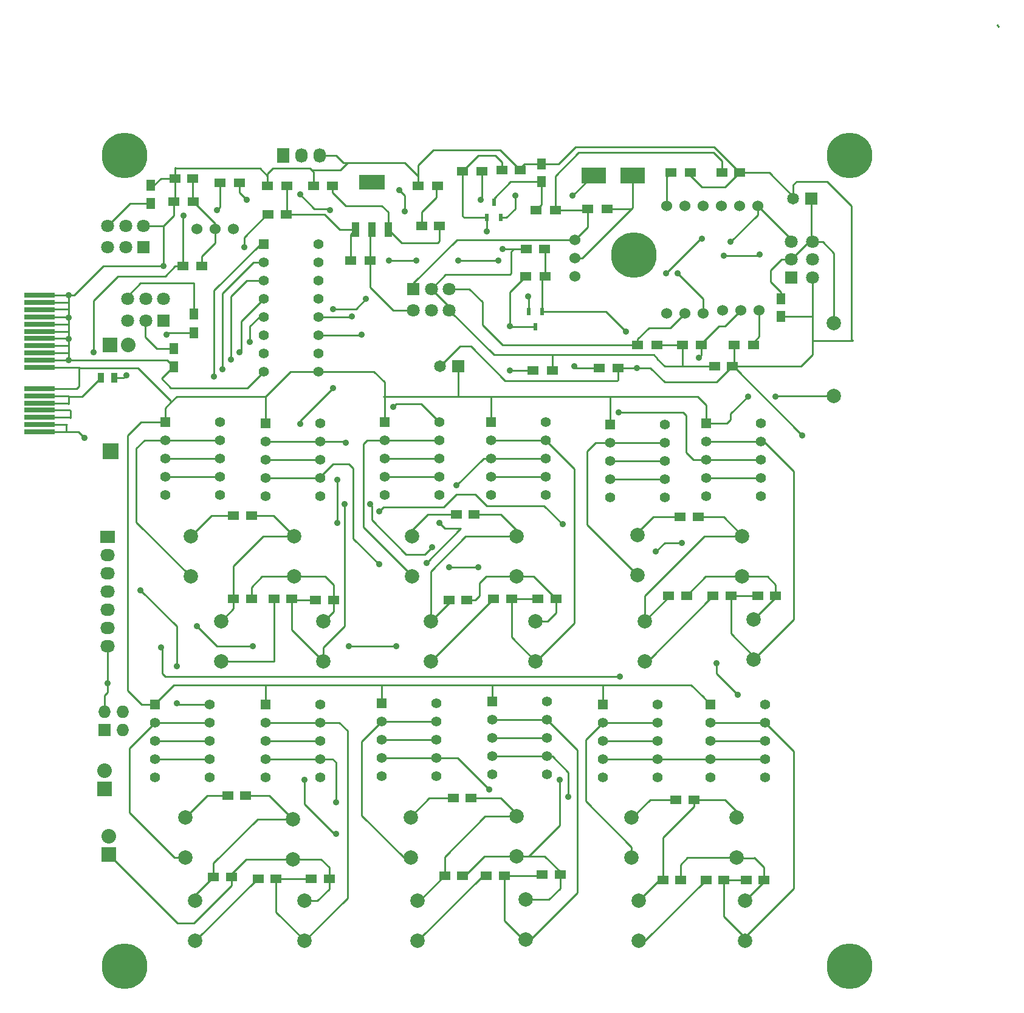
<source format=gtl>
%FSLAX46Y46*%
G04 Gerber Fmt 4.6, Leading zero omitted, Abs format (unit mm)*
G04 Created by KiCad (PCBNEW (2014-10-27 BZR 5228)-product) date 12/17/2014 3:51:32 PM*
%MOMM*%
G01*
G04 APERTURE LIST*
%ADD10C,0.100000*%
%ADD11R,4.200000X0.700000*%
%ADD12C,1.998980*%
%ADD13C,1.524000*%
%ADD14R,1.800000X1.800000*%
%ADD15C,1.800000*%
%ADD16C,6.350000*%
%ADD17R,1.500000X1.250000*%
%ADD18R,1.250000X1.500000*%
%ADD19R,1.500000X1.300000*%
%ADD20R,1.300000X1.500000*%
%ADD21R,2.032000X2.032000*%
%ADD22O,2.032000X2.032000*%
%ADD23R,1.651000X1.651000*%
%ADD24C,1.651000*%
%ADD25R,3.500120X2.301240*%
%ADD26R,0.599440X1.000760*%
%ADD27R,3.657600X2.032000*%
%ADD28R,1.016000X2.032000*%
%ADD29R,0.889000X1.397000*%
%ADD30R,2.235200X2.235200*%
%ADD31R,1.727200X1.727200*%
%ADD32O,1.727200X1.727200*%
%ADD33R,1.397000X1.397000*%
%ADD34C,1.397000*%
%ADD35R,1.727200X2.032000*%
%ADD36O,1.727200X2.032000*%
%ADD37R,2.032000X1.727200*%
%ADD38O,2.032000X1.727200*%
%ADD39C,0.889000*%
%ADD40C,0.254000*%
G04 APERTURE END LIST*
D10*
D11*
X66700000Y-56700000D03*
X66700000Y-57700000D03*
X66700000Y-58700000D03*
X66700000Y-59700000D03*
X66700000Y-60700000D03*
X66700000Y-61700000D03*
X66700000Y-62700000D03*
X66700000Y-63700000D03*
X66700000Y-64700000D03*
X66700000Y-65700000D03*
X66700000Y-66700000D03*
X66700000Y-69700000D03*
X66700000Y-70700000D03*
X66700000Y-71700000D03*
X66700000Y-72700000D03*
X66700000Y-73700000D03*
X66700000Y-74700000D03*
X66700000Y-75700000D03*
D12*
X87804000Y-95892000D03*
X87804000Y-90304000D03*
X118604000Y-95892000D03*
X118604000Y-90304000D03*
X150004000Y-95692000D03*
X150004000Y-90104000D03*
X87004000Y-135092000D03*
X87004000Y-129504000D03*
X118404000Y-135092000D03*
X118404000Y-129504000D03*
X149204000Y-135092000D03*
X149204000Y-129504000D03*
X102196000Y-90308000D03*
X102196000Y-95896000D03*
D13*
X156600000Y-59200000D03*
X159140000Y-59200000D03*
X154060000Y-59200000D03*
X164200000Y-44200000D03*
X161660000Y-44200000D03*
X166740000Y-44200000D03*
D14*
X81200000Y-50000000D03*
D15*
X78700000Y-50000000D03*
X81200000Y-47000000D03*
X76200000Y-50000000D03*
X76200000Y-47000000D03*
X78700000Y-47000000D03*
D14*
X84000000Y-60200000D03*
D15*
X81500000Y-60200000D03*
X84000000Y-57200000D03*
X79000000Y-60200000D03*
X79000000Y-57200000D03*
X81500000Y-57200000D03*
D14*
X118800000Y-55800000D03*
D15*
X121300000Y-55800000D03*
X118800000Y-58800000D03*
X123800000Y-55800000D03*
X123800000Y-58800000D03*
X121300000Y-58800000D03*
D16*
X149500000Y-51100000D03*
D17*
X88050000Y-40400000D03*
X85550000Y-40400000D03*
D18*
X82200000Y-43850000D03*
X82200000Y-41350000D03*
X85400000Y-64150000D03*
X85400000Y-66650000D03*
D17*
X131150000Y-39200000D03*
X133650000Y-39200000D03*
X101050000Y-45400000D03*
X98550000Y-45400000D03*
D18*
X136600000Y-40850000D03*
X136600000Y-38350000D03*
D17*
X161750000Y-39600000D03*
X164250000Y-39600000D03*
X119950000Y-47000000D03*
X122450000Y-47000000D03*
X160750000Y-66600000D03*
X163250000Y-66600000D03*
D18*
X170000000Y-57150000D03*
X170000000Y-59650000D03*
D17*
X134550000Y-50200000D03*
X137050000Y-50200000D03*
X124750000Y-87200000D03*
X127250000Y-87200000D03*
X155950000Y-87600000D03*
X158450000Y-87600000D03*
X92950000Y-126400000D03*
X95450000Y-126400000D03*
X124350000Y-126800000D03*
X126850000Y-126800000D03*
X155350000Y-127000000D03*
X157850000Y-127000000D03*
X93750000Y-99000000D03*
X96250000Y-99000000D03*
X123750000Y-99200000D03*
X126250000Y-99200000D03*
X90950000Y-137800000D03*
X93450000Y-137800000D03*
D19*
X89350000Y-52600000D03*
X86650000Y-52600000D03*
X88150000Y-43600000D03*
X85450000Y-43600000D03*
D20*
X88200000Y-59250000D03*
X88200000Y-61950000D03*
D19*
X91850000Y-41000000D03*
X94550000Y-41000000D03*
X125650000Y-39400000D03*
X128350000Y-39400000D03*
X112750000Y-51800000D03*
X110050000Y-51800000D03*
X101150000Y-41400000D03*
X98450000Y-41400000D03*
X138550000Y-44800000D03*
X135850000Y-44800000D03*
X107550000Y-41400000D03*
X104850000Y-41400000D03*
X145750000Y-44600000D03*
X143050000Y-44600000D03*
X122150000Y-41400000D03*
X119450000Y-41400000D03*
X144650000Y-66800000D03*
X147350000Y-66800000D03*
X158950000Y-63600000D03*
X156250000Y-63600000D03*
X152750000Y-63600000D03*
X150050000Y-63600000D03*
X166150000Y-63600000D03*
X163450000Y-63600000D03*
X154650000Y-39600000D03*
X157350000Y-39600000D03*
X134450000Y-54000000D03*
X137150000Y-54000000D03*
X135450000Y-67200000D03*
X138150000Y-67200000D03*
D21*
X76400000Y-134670000D03*
D22*
X76400000Y-132130000D03*
D21*
X76530000Y-63600000D03*
D22*
X79070000Y-63600000D03*
D23*
X125070000Y-66600000D03*
D24*
X122530000Y-66600000D03*
D23*
X174270000Y-43200000D03*
D24*
X171730000Y-43200000D03*
D17*
X123150000Y-137600000D03*
X125650000Y-137600000D03*
X153550000Y-138200000D03*
X156050000Y-138200000D03*
X99350000Y-99000000D03*
X101850000Y-99000000D03*
X129950000Y-99000000D03*
X132450000Y-99000000D03*
X160550000Y-98600000D03*
X163050000Y-98600000D03*
X97150000Y-138000000D03*
X99650000Y-138000000D03*
X128950000Y-137600000D03*
X131450000Y-137600000D03*
X159550000Y-138200000D03*
X162050000Y-138200000D03*
X105150000Y-99200000D03*
X107650000Y-99200000D03*
X136150000Y-99000000D03*
X138650000Y-99000000D03*
X166750000Y-98600000D03*
X169250000Y-98600000D03*
X104550000Y-138000000D03*
X107050000Y-138000000D03*
X136750000Y-137400000D03*
X139250000Y-137400000D03*
X165150000Y-138200000D03*
X167650000Y-138200000D03*
D25*
X149300020Y-40000000D03*
X143899980Y-40000000D03*
D12*
X133196000Y-90308000D03*
X133196000Y-95896000D03*
X101996000Y-129708000D03*
X101996000Y-135296000D03*
X133196000Y-129308000D03*
X133196000Y-134896000D03*
X163796000Y-129508000D03*
X163796000Y-135096000D03*
X91996000Y-102108000D03*
X91996000Y-107696000D03*
X121196000Y-102108000D03*
X121196000Y-107696000D03*
X150996000Y-102108000D03*
X150996000Y-107696000D03*
X88396000Y-141108000D03*
X88396000Y-146696000D03*
X119396000Y-141108000D03*
X119396000Y-146696000D03*
X150196000Y-141108000D03*
X150196000Y-146696000D03*
X106204000Y-107692000D03*
X106204000Y-102104000D03*
X135804000Y-107692000D03*
X135804000Y-102104000D03*
X166204000Y-107492000D03*
X166204000Y-101904000D03*
X103604000Y-146692000D03*
X103604000Y-141104000D03*
X134404000Y-146492000D03*
X134404000Y-140904000D03*
X165004000Y-146692000D03*
X165004000Y-141104000D03*
D13*
X91200000Y-47400000D03*
X93740000Y-47400000D03*
X88660000Y-47400000D03*
D26*
X129047500Y-45856640D03*
X130000000Y-43743360D03*
X130952500Y-45856640D03*
D27*
X113000000Y-40898000D03*
D28*
X113000000Y-47502000D03*
X115286000Y-47502000D03*
X110714000Y-47502000D03*
D13*
X141300000Y-51500000D03*
X141300000Y-54040000D03*
X141300000Y-48960000D03*
D26*
X136752500Y-58943360D03*
X135800000Y-61056640D03*
X134847500Y-58943360D03*
D13*
X164400000Y-58800000D03*
X166940000Y-58800000D03*
X161860000Y-58800000D03*
X156600000Y-44200000D03*
X154060000Y-44200000D03*
X159140000Y-44200000D03*
D12*
X177400000Y-60598740D03*
X177400000Y-70758740D03*
X164596000Y-90308000D03*
X164596000Y-95896000D03*
D17*
X93750000Y-87400000D03*
X96250000Y-87400000D03*
X154350000Y-98600000D03*
X156850000Y-98600000D03*
D29*
X75247500Y-68200000D03*
X77152500Y-68200000D03*
D30*
X76600000Y-78400000D03*
D31*
X75730000Y-117270000D03*
D32*
X78270000Y-117270000D03*
X75730000Y-114730000D03*
X78270000Y-114730000D03*
D14*
X171400000Y-54200000D03*
D15*
X171400000Y-51700000D03*
X174400000Y-54200000D03*
X171400000Y-49200000D03*
X174400000Y-49200000D03*
X174400000Y-51700000D03*
D33*
X84190000Y-74320000D03*
D34*
X84190000Y-76860000D03*
X84190000Y-79400000D03*
X84190000Y-81940000D03*
X84190000Y-84480000D03*
X91810000Y-84480000D03*
X91810000Y-81940000D03*
X91810000Y-79400000D03*
X91810000Y-76860000D03*
X91810000Y-74320000D03*
D33*
X114790000Y-74320000D03*
D34*
X114790000Y-76860000D03*
X114790000Y-79400000D03*
X114790000Y-81940000D03*
X114790000Y-84480000D03*
X122410000Y-84480000D03*
X122410000Y-81940000D03*
X122410000Y-79400000D03*
X122410000Y-76860000D03*
X122410000Y-74320000D03*
D33*
X146190000Y-74720000D03*
D34*
X146190000Y-77260000D03*
X146190000Y-79800000D03*
X146190000Y-82340000D03*
X146190000Y-84880000D03*
X153810000Y-84880000D03*
X153810000Y-82340000D03*
X153810000Y-79800000D03*
X153810000Y-77260000D03*
X153810000Y-74720000D03*
D33*
X82790000Y-113720000D03*
D34*
X82790000Y-116260000D03*
X82790000Y-118800000D03*
X82790000Y-121340000D03*
X82790000Y-123880000D03*
X90410000Y-123880000D03*
X90410000Y-121340000D03*
X90410000Y-118800000D03*
X90410000Y-116260000D03*
X90410000Y-113720000D03*
D33*
X114390000Y-113520000D03*
D34*
X114390000Y-116060000D03*
X114390000Y-118600000D03*
X114390000Y-121140000D03*
X114390000Y-123680000D03*
X122010000Y-123680000D03*
X122010000Y-121140000D03*
X122010000Y-118600000D03*
X122010000Y-116060000D03*
X122010000Y-113520000D03*
D33*
X145190000Y-113720000D03*
D34*
X145190000Y-116260000D03*
X145190000Y-118800000D03*
X145190000Y-121340000D03*
X145190000Y-123880000D03*
X152810000Y-123880000D03*
X152810000Y-121340000D03*
X152810000Y-118800000D03*
X152810000Y-116260000D03*
X152810000Y-113720000D03*
D33*
X98190000Y-74520000D03*
D34*
X98190000Y-77060000D03*
X98190000Y-79600000D03*
X98190000Y-82140000D03*
X98190000Y-84680000D03*
X105810000Y-84680000D03*
X105810000Y-82140000D03*
X105810000Y-79600000D03*
X105810000Y-77060000D03*
X105810000Y-74520000D03*
D33*
X129590000Y-74320000D03*
D34*
X129590000Y-76860000D03*
X129590000Y-79400000D03*
X129590000Y-81940000D03*
X129590000Y-84480000D03*
X137210000Y-84480000D03*
X137210000Y-81940000D03*
X137210000Y-79400000D03*
X137210000Y-76860000D03*
X137210000Y-74320000D03*
D33*
X159590000Y-74520000D03*
D34*
X159590000Y-77060000D03*
X159590000Y-79600000D03*
X159590000Y-82140000D03*
X159590000Y-84680000D03*
X167210000Y-84680000D03*
X167210000Y-82140000D03*
X167210000Y-79600000D03*
X167210000Y-77060000D03*
X167210000Y-74520000D03*
D33*
X98190000Y-113720000D03*
D34*
X98190000Y-116260000D03*
X98190000Y-118800000D03*
X98190000Y-121340000D03*
X98190000Y-123880000D03*
X105810000Y-123880000D03*
X105810000Y-121340000D03*
X105810000Y-118800000D03*
X105810000Y-116260000D03*
X105810000Y-113720000D03*
D33*
X129790000Y-113320000D03*
D34*
X129790000Y-115860000D03*
X129790000Y-118400000D03*
X129790000Y-120940000D03*
X129790000Y-123480000D03*
X137410000Y-123480000D03*
X137410000Y-120940000D03*
X137410000Y-118400000D03*
X137410000Y-115860000D03*
X137410000Y-113320000D03*
D33*
X160190000Y-113720000D03*
D34*
X160190000Y-116260000D03*
X160190000Y-118800000D03*
X160190000Y-121340000D03*
X160190000Y-123880000D03*
X167810000Y-123880000D03*
X167810000Y-121340000D03*
X167810000Y-118800000D03*
X167810000Y-116260000D03*
X167810000Y-113720000D03*
D33*
X97990000Y-49510000D03*
D34*
X97990000Y-52050000D03*
X97990000Y-54590000D03*
X97990000Y-57130000D03*
X97990000Y-59670000D03*
X97990000Y-62210000D03*
X97990000Y-64750000D03*
X97990000Y-67290000D03*
X105610000Y-67290000D03*
X105610000Y-64750000D03*
X105610000Y-62210000D03*
X105610000Y-59670000D03*
X105610000Y-57130000D03*
X105610000Y-54590000D03*
X105610000Y-52050000D03*
X105610000Y-49510000D03*
D16*
X179600000Y-37200000D03*
X78600000Y-37200000D03*
X78600000Y-150200000D03*
X179600000Y-150200000D03*
D21*
X75800000Y-125470000D03*
D22*
X75800000Y-122930000D03*
D35*
X100660000Y-37200000D03*
D36*
X103200000Y-37200000D03*
X105740000Y-37200000D03*
D37*
X76200000Y-90380000D03*
D38*
X76200000Y-92920000D03*
X76200000Y-95460000D03*
X76200000Y-98000000D03*
X76200000Y-100540000D03*
X76200000Y-103080000D03*
X76200000Y-105620000D03*
D39*
X149900000Y-66800000D03*
X148400000Y-61700000D03*
X70800000Y-56700000D03*
X70800000Y-65700000D03*
X84000000Y-52600000D03*
X70800000Y-59800000D03*
X139200000Y-124200000D03*
X70800000Y-62800000D03*
X173000000Y-76200000D03*
X76200000Y-110800000D03*
X131200000Y-50200000D03*
X141000000Y-42800000D03*
X73000000Y-76600000D03*
X74200000Y-64600000D03*
X91400000Y-44800000D03*
X86800000Y-45600000D03*
X78800000Y-67800000D03*
X84400000Y-62200000D03*
X132200000Y-67200000D03*
X132200000Y-61000000D03*
X162000000Y-51200000D03*
X167000000Y-51000000D03*
X95200000Y-50000000D03*
X109400000Y-77200000D03*
X109200000Y-85800000D03*
X96000000Y-63200000D03*
X94600000Y-64600000D03*
X93400000Y-65600000D03*
X92200000Y-67000000D03*
X91000000Y-68000000D03*
X116800000Y-42000000D03*
X117600000Y-45000000D03*
X112200000Y-57200000D03*
X107600000Y-58600000D03*
X107600000Y-69600000D03*
X103000000Y-74600000D03*
X95600000Y-43400000D03*
X133000000Y-42800000D03*
X128200000Y-43400000D03*
X158600000Y-65400000D03*
X163000000Y-49200000D03*
X155600000Y-53600000D03*
X159000000Y-48800000D03*
X154000000Y-53600000D03*
X129000000Y-47800000D03*
X165400000Y-70800000D03*
X169200000Y-70800000D03*
X116000000Y-72200000D03*
X108200000Y-88400000D03*
X108200000Y-82400000D03*
X139600000Y-88600000D03*
X114000000Y-86800000D03*
X112800000Y-85800000D03*
X121400000Y-91800000D03*
X123800000Y-94600000D03*
X127800000Y-94600000D03*
X152600000Y-92400000D03*
X156200000Y-91200000D03*
X80800000Y-97800000D03*
X85800000Y-108400000D03*
X85800000Y-113600000D03*
X129400000Y-125600000D03*
X110200000Y-59600000D03*
X96400000Y-105600000D03*
X109800000Y-105600000D03*
X116400000Y-105600000D03*
X88600000Y-102800000D03*
X111600000Y-62200000D03*
X147600000Y-109800000D03*
X83600000Y-105800000D03*
X114000000Y-94200000D03*
X120600000Y-94000000D03*
X122400000Y-88400000D03*
X124800000Y-83200000D03*
X147400000Y-73000000D03*
X103600000Y-124200000D03*
X108000000Y-131800000D03*
X164000000Y-112400000D03*
X161000000Y-108000000D03*
X108000000Y-127400000D03*
X140400000Y-126600000D03*
X141200000Y-66600000D03*
X134800000Y-56800000D03*
X130600000Y-51800000D03*
X125000000Y-51800000D03*
X119200000Y-51800000D03*
X115400000Y-51800000D03*
X107200000Y-44800000D03*
X103000000Y-42600000D03*
D40*
X200350000Y-19200000D02*
X200150000Y-19000000D01*
X136752500Y-58943360D02*
X145643360Y-58943360D01*
X148400000Y-61700000D02*
X145643360Y-58943360D01*
X70800000Y-56700000D02*
X70700000Y-56700000D01*
X70800000Y-65700000D02*
X70700000Y-65700000D01*
X163796000Y-135096000D02*
X156996000Y-135096000D01*
X156050000Y-136042000D02*
X156050000Y-138200000D01*
X156996000Y-135096000D02*
X156050000Y-136042000D01*
X166350000Y-135150000D02*
X163850000Y-135150000D01*
X163850000Y-135150000D02*
X163796000Y-135096000D01*
X167650000Y-136500000D02*
X167650000Y-136450000D01*
X167650000Y-136450000D02*
X166350000Y-135150000D01*
X166350000Y-135150000D02*
X166296000Y-135096000D01*
X167650000Y-136442000D02*
X167650000Y-136500000D01*
X167650000Y-136500000D02*
X167650000Y-138200000D01*
X166296000Y-135096000D02*
X166304000Y-135096000D01*
X97990000Y-67290000D02*
X98510000Y-67290000D01*
X119450000Y-40050000D02*
X119450000Y-41400000D01*
X117600000Y-38200000D02*
X119450000Y-40050000D01*
X109800000Y-38200000D02*
X117600000Y-38200000D01*
X104850000Y-41400000D02*
X104850000Y-39450000D01*
X108600000Y-39200000D02*
X109600000Y-38200000D01*
X109600000Y-38200000D02*
X109800000Y-38200000D01*
X104600000Y-39200000D02*
X108600000Y-39200000D01*
X104850000Y-39450000D02*
X104600000Y-39200000D01*
X85550000Y-40400000D02*
X85550000Y-38850000D01*
X98450000Y-40050000D02*
X98450000Y-41400000D01*
X97400000Y-39000000D02*
X98450000Y-40050000D01*
X85700000Y-39000000D02*
X97400000Y-39000000D01*
X85550000Y-38850000D02*
X85700000Y-39000000D01*
X84000000Y-47000000D02*
X84000000Y-52600000D01*
X85550000Y-40400000D02*
X85550000Y-43500000D01*
X85550000Y-43500000D02*
X85400000Y-43650000D01*
X85400000Y-43650000D02*
X85400000Y-45600000D01*
X85400000Y-45600000D02*
X84000000Y-47000000D01*
X84000000Y-47000000D02*
X81200000Y-47000000D01*
X70700000Y-56700000D02*
X71500000Y-56700000D01*
X71500000Y-56700000D02*
X75600000Y-52600000D01*
X75600000Y-52600000D02*
X84000000Y-52600000D01*
X95680000Y-69600000D02*
X97990000Y-67290000D01*
X85000000Y-69600000D02*
X95680000Y-69600000D01*
X83700000Y-68300000D02*
X85000000Y-69600000D01*
X139200000Y-124200000D02*
X139200000Y-130600000D01*
X139200000Y-130600000D02*
X134904000Y-134896000D01*
X134904000Y-134896000D02*
X133196000Y-134896000D01*
X167650000Y-138458000D02*
X165004000Y-141104000D01*
X139250000Y-137400000D02*
X139250000Y-139350000D01*
X137696000Y-140904000D02*
X135800000Y-140904000D01*
X139250000Y-139350000D02*
X137696000Y-140904000D01*
X125650000Y-137600000D02*
X126000000Y-137600000D01*
X126000000Y-137600000D02*
X128704000Y-134896000D01*
X131400000Y-134896000D02*
X137096000Y-134896000D01*
X128704000Y-134896000D02*
X131400000Y-134896000D01*
X137096000Y-134896000D02*
X139250000Y-137050000D01*
X139250000Y-137050000D02*
X139250000Y-137400000D01*
X107050000Y-138000000D02*
X107050000Y-139450000D01*
X105396000Y-141104000D02*
X103604000Y-141104000D01*
X107050000Y-139450000D02*
X105396000Y-141104000D01*
X101996000Y-135296000D02*
X105904000Y-135296000D01*
X107050000Y-136442000D02*
X107050000Y-138000000D01*
X105904000Y-135296000D02*
X107050000Y-136442000D01*
X70800000Y-62800000D02*
X70800000Y-62700000D01*
X70800000Y-59800000D02*
X70800000Y-59700000D01*
X66700000Y-62700000D02*
X70800000Y-62700000D01*
X70800000Y-62700000D02*
X70800000Y-62600000D01*
X66700000Y-63700000D02*
X70800000Y-63700000D01*
X70800000Y-63700000D02*
X70800000Y-63600000D01*
X66700000Y-64700000D02*
X70800000Y-64700000D01*
X70800000Y-64700000D02*
X70800000Y-64800000D01*
X66700000Y-65700000D02*
X70700000Y-65700000D01*
X70800000Y-65600000D02*
X70800000Y-64800000D01*
X70800000Y-64800000D02*
X70800000Y-63600000D01*
X70800000Y-63600000D02*
X70800000Y-62600000D01*
X70800000Y-62600000D02*
X70800000Y-61700000D01*
X70700000Y-65700000D02*
X70800000Y-65600000D01*
X66700000Y-59700000D02*
X70800000Y-59700000D01*
X70800000Y-59700000D02*
X70800000Y-59600000D01*
X66700000Y-61700000D02*
X70800000Y-61700000D01*
X70800000Y-61700000D02*
X70800000Y-61600000D01*
X66700000Y-60700000D02*
X70800000Y-60700000D01*
X70800000Y-60700000D02*
X70800000Y-60600000D01*
X70800000Y-58600000D02*
X70800000Y-59600000D01*
X70800000Y-59600000D02*
X70800000Y-60600000D01*
X70800000Y-60600000D02*
X70800000Y-61600000D01*
X70800000Y-58600000D02*
X66800000Y-58600000D01*
X66800000Y-58600000D02*
X66700000Y-58700000D01*
X66800000Y-59800000D02*
X66700000Y-59700000D01*
X66700000Y-57700000D02*
X70800000Y-57700000D01*
X70800000Y-57700000D02*
X70800000Y-57800000D01*
X66700000Y-56700000D02*
X70700000Y-56700000D01*
X70700000Y-56700000D02*
X70800000Y-56600000D01*
X70800000Y-56600000D02*
X70800000Y-57800000D01*
X70800000Y-57800000D02*
X70800000Y-58600000D01*
X96250000Y-97350000D02*
X97704000Y-95896000D01*
X97704000Y-95896000D02*
X102196000Y-95896000D01*
X96250000Y-99000000D02*
X96250000Y-97350000D01*
X106496000Y-95896000D02*
X107650000Y-97050000D01*
X107650000Y-97050000D02*
X107650000Y-99200000D01*
X102196000Y-95896000D02*
X106496000Y-95896000D01*
X107650000Y-100750000D02*
X107650000Y-99200000D01*
X106296000Y-102104000D02*
X107650000Y-100750000D01*
X106204000Y-102104000D02*
X106296000Y-102104000D01*
X137496000Y-102104000D02*
X135804000Y-102104000D01*
X138650000Y-100950000D02*
X137496000Y-102104000D01*
X138650000Y-99000000D02*
X138650000Y-100950000D01*
X156850000Y-98600000D02*
X156850000Y-98550000D01*
X163450000Y-66400000D02*
X163250000Y-66600000D01*
X163450000Y-63600000D02*
X163450000Y-66400000D01*
X151800000Y-66800000D02*
X153800000Y-68800000D01*
X149900000Y-66800000D02*
X151800000Y-66800000D01*
X161050000Y-68800000D02*
X163250000Y-66600000D01*
X153800000Y-68800000D02*
X161050000Y-68800000D01*
X147350000Y-66800000D02*
X149900000Y-66800000D01*
X163400000Y-66600000D02*
X163250000Y-66600000D01*
X173000000Y-76200000D02*
X163400000Y-66600000D01*
X137150000Y-50300000D02*
X137050000Y-50200000D01*
X137150000Y-54000000D02*
X137150000Y-50300000D01*
X136752500Y-54397500D02*
X137150000Y-54000000D01*
X136752500Y-58943360D02*
X136752500Y-54397500D01*
X162250000Y-41600000D02*
X164250000Y-39600000D01*
X159000000Y-41600000D02*
X162250000Y-41600000D01*
X157350000Y-39950000D02*
X159000000Y-41600000D01*
X157350000Y-39600000D02*
X157350000Y-39950000D01*
X139050000Y-38350000D02*
X141400000Y-36000000D01*
X141400000Y-36000000D02*
X160650000Y-36000000D01*
X160650000Y-36000000D02*
X164250000Y-39600000D01*
X136600000Y-38350000D02*
X139050000Y-38350000D01*
X83600000Y-40400000D02*
X85550000Y-40400000D01*
X82650000Y-41350000D02*
X83600000Y-40400000D01*
X82200000Y-41350000D02*
X82650000Y-41350000D01*
X172800000Y-66600000D02*
X174400000Y-65000000D01*
X174400000Y-59400000D02*
X174400000Y-54200000D01*
X174400000Y-63000000D02*
X174400000Y-59400000D01*
X174400000Y-65000000D02*
X174400000Y-63000000D01*
X163250000Y-66600000D02*
X172800000Y-66600000D01*
X174400000Y-59650000D02*
X174400000Y-59400000D01*
X170000000Y-59650000D02*
X174400000Y-59650000D01*
X168400000Y-39600000D02*
X164250000Y-39600000D01*
X171730000Y-42930000D02*
X168400000Y-39600000D01*
X171730000Y-43200000D02*
X171730000Y-42930000D01*
X147350000Y-68450000D02*
X147200000Y-68600000D01*
X147200000Y-68600000D02*
X131600000Y-68600000D01*
X131600000Y-68600000D02*
X126800000Y-63800000D01*
X126800000Y-63800000D02*
X125330000Y-63800000D01*
X125330000Y-63800000D02*
X122530000Y-66600000D01*
X147350000Y-66800000D02*
X147350000Y-68450000D01*
X76200000Y-112000000D02*
X75730000Y-112470000D01*
X75730000Y-112470000D02*
X75730000Y-114730000D01*
X76200000Y-110800000D02*
X76200000Y-112000000D01*
X85350000Y-66650000D02*
X83700000Y-68300000D01*
X85400000Y-66650000D02*
X85350000Y-66650000D01*
X119450000Y-38550000D02*
X121600000Y-36400000D01*
X121600000Y-36400000D02*
X130850000Y-36400000D01*
X130850000Y-36400000D02*
X133650000Y-39200000D01*
X119450000Y-41400000D02*
X119450000Y-38550000D01*
X127400000Y-99200000D02*
X128000000Y-98600000D01*
X128000000Y-98600000D02*
X128000000Y-96800000D01*
X128000000Y-96800000D02*
X128904000Y-95896000D01*
X128904000Y-95896000D02*
X133196000Y-95896000D01*
X126250000Y-99200000D02*
X127400000Y-99200000D01*
X135546000Y-95896000D02*
X138650000Y-99000000D01*
X133196000Y-95896000D02*
X135546000Y-95896000D01*
X134250000Y-38350000D02*
X136600000Y-38350000D01*
X133650000Y-38950000D02*
X134250000Y-38350000D01*
X133650000Y-39200000D02*
X133650000Y-38950000D01*
X84450000Y-65700000D02*
X85400000Y-66650000D01*
X70700000Y-65700000D02*
X84450000Y-65700000D01*
X76200000Y-110800000D02*
X76200000Y-105620000D01*
X95504000Y-135296000D02*
X101996000Y-135296000D01*
X93450000Y-137350000D02*
X95504000Y-135296000D01*
X93450000Y-137800000D02*
X93450000Y-137350000D01*
X93450000Y-138950000D02*
X88200000Y-144200000D01*
X88200000Y-144200000D02*
X85930000Y-144200000D01*
X85930000Y-144200000D02*
X76400000Y-134670000D01*
X93450000Y-137800000D02*
X93450000Y-138950000D01*
X109000000Y-38200000D02*
X108000000Y-37200000D01*
X108000000Y-37200000D02*
X105740000Y-37200000D01*
X109800000Y-38200000D02*
X109000000Y-38200000D01*
X104850000Y-39450000D02*
X104850000Y-41400000D01*
X98450000Y-39750000D02*
X99200000Y-39000000D01*
X99200000Y-39000000D02*
X104400000Y-39000000D01*
X104400000Y-39000000D02*
X104850000Y-39450000D01*
X98450000Y-41400000D02*
X98450000Y-39750000D01*
X156850000Y-98550000D02*
X159504000Y-95896000D01*
X159504000Y-95896000D02*
X163000000Y-95896000D01*
X163000000Y-95896000D02*
X164596000Y-95896000D01*
X169250000Y-98858000D02*
X166204000Y-101904000D01*
X169250000Y-98600000D02*
X169250000Y-98858000D01*
X169250000Y-97050000D02*
X168096000Y-95896000D01*
X168096000Y-95896000D02*
X164596000Y-95896000D01*
X169250000Y-98600000D02*
X169250000Y-97050000D01*
X135800000Y-140904000D02*
X134404000Y-140904000D01*
X131400000Y-134896000D02*
X133196000Y-134896000D01*
X180000000Y-63000000D02*
X179800000Y-62800000D01*
X179800000Y-62800000D02*
X179800000Y-44200000D01*
X179800000Y-44200000D02*
X176400000Y-40800000D01*
X176400000Y-40800000D02*
X172200000Y-40800000D01*
X172200000Y-40800000D02*
X171730000Y-41270000D01*
X171730000Y-41270000D02*
X171730000Y-43200000D01*
X174400000Y-63000000D02*
X180000000Y-63000000D01*
X88050000Y-40400000D02*
X88050000Y-43500000D01*
X88050000Y-43500000D02*
X91200000Y-46650000D01*
X91200000Y-46650000D02*
X91200000Y-47400000D01*
X89350000Y-52600000D02*
X89350000Y-51250000D01*
X91200000Y-49400000D02*
X91200000Y-47400000D01*
X89350000Y-51250000D02*
X91200000Y-49400000D01*
X88200000Y-59250000D02*
X88200000Y-55000000D01*
X80800000Y-55000000D02*
X79000000Y-56800000D01*
X88200000Y-55000000D02*
X80800000Y-55000000D01*
X79000000Y-56800000D02*
X79000000Y-57200000D01*
X81400000Y-60300000D02*
X81500000Y-60200000D01*
X83050000Y-64150000D02*
X81400000Y-62500000D01*
X81400000Y-62500000D02*
X81400000Y-60300000D01*
X85400000Y-64150000D02*
X83050000Y-64150000D01*
X118800000Y-55000000D02*
X118800000Y-55800000D01*
X124840000Y-48960000D02*
X118800000Y-55000000D01*
X141300000Y-48960000D02*
X124840000Y-48960000D01*
X143050000Y-47210000D02*
X141300000Y-48960000D01*
X143050000Y-44600000D02*
X143050000Y-47210000D01*
X142850000Y-44800000D02*
X143050000Y-44600000D01*
X138550000Y-44800000D02*
X142850000Y-44800000D01*
X161750000Y-37950000D02*
X160600000Y-36800000D01*
X160600000Y-36800000D02*
X141800000Y-36800000D01*
X141800000Y-36800000D02*
X138550000Y-40050000D01*
X138550000Y-40050000D02*
X138550000Y-44800000D01*
X161750000Y-39600000D02*
X161750000Y-37950000D01*
X119950000Y-47000000D02*
X119950000Y-45050000D01*
X122000000Y-43000000D02*
X122000000Y-41550000D01*
X119950000Y-45050000D02*
X122000000Y-43000000D01*
X122000000Y-41550000D02*
X122150000Y-41400000D01*
X122450000Y-47000000D02*
X122450000Y-49150000D01*
X117184000Y-49400000D02*
X115286000Y-47502000D01*
X122200000Y-49400000D02*
X117184000Y-49400000D01*
X122450000Y-49150000D02*
X122200000Y-49400000D01*
X107550000Y-41400000D02*
X107550000Y-42350000D01*
X115286000Y-45086000D02*
X115286000Y-47502000D01*
X114400000Y-44200000D02*
X115286000Y-45086000D01*
X109400000Y-44200000D02*
X114400000Y-44200000D01*
X107550000Y-42350000D02*
X109400000Y-44200000D01*
X152750000Y-63600000D02*
X156250000Y-63600000D01*
X138200000Y-65000000D02*
X130000000Y-65000000D01*
X130000000Y-65000000D02*
X123800000Y-58800000D01*
X123800000Y-58300000D02*
X121300000Y-55800000D01*
X123800000Y-58800000D02*
X123800000Y-58300000D01*
X153800000Y-66600000D02*
X152750000Y-65550000D01*
X152750000Y-65550000D02*
X152750000Y-65450000D01*
X152300000Y-65000000D02*
X138200000Y-65000000D01*
X152750000Y-65450000D02*
X152300000Y-65000000D01*
X156200000Y-66600000D02*
X153800000Y-66600000D01*
X160750000Y-66600000D02*
X156200000Y-66600000D01*
X132800000Y-50200000D02*
X132400000Y-50600000D01*
X132400000Y-50600000D02*
X132400000Y-53600000D01*
X132400000Y-53600000D02*
X132200000Y-53800000D01*
X132200000Y-53800000D02*
X123300000Y-53800000D01*
X123300000Y-53800000D02*
X121300000Y-55800000D01*
X133200000Y-50200000D02*
X132800000Y-50200000D01*
X134550000Y-50200000D02*
X133200000Y-50200000D01*
X138150000Y-65000000D02*
X138200000Y-65000000D01*
X138150000Y-67200000D02*
X138150000Y-65000000D01*
X156250000Y-66600000D02*
X156200000Y-66600000D01*
X156250000Y-63600000D02*
X156250000Y-66600000D01*
X143800000Y-40000000D02*
X143899980Y-40000000D01*
X141000000Y-42800000D02*
X143800000Y-40000000D01*
X133200000Y-50200000D02*
X131200000Y-50200000D01*
X120800000Y-87200000D02*
X124750000Y-87200000D01*
X118604000Y-89396000D02*
X120800000Y-87200000D01*
X118604000Y-90304000D02*
X118604000Y-89396000D01*
X152200000Y-87600000D02*
X155950000Y-87600000D01*
X150004000Y-89796000D02*
X152200000Y-87600000D01*
X150004000Y-90104000D02*
X150004000Y-89796000D01*
X124350000Y-126800000D02*
X121000000Y-126800000D01*
X121000000Y-126800000D02*
X118404000Y-129396000D01*
X118404000Y-129396000D02*
X118404000Y-129504000D01*
X155350000Y-127000000D02*
X151800000Y-127000000D01*
X151800000Y-127000000D02*
X149296000Y-129504000D01*
X149296000Y-129504000D02*
X149204000Y-129504000D01*
X157850000Y-127000000D02*
X157850000Y-127950000D01*
X153550000Y-132250000D02*
X153550000Y-138200000D01*
X157850000Y-127950000D02*
X153550000Y-132250000D01*
X163796000Y-129508000D02*
X163796000Y-128596000D01*
X163796000Y-128596000D02*
X162200000Y-127000000D01*
X162200000Y-127000000D02*
X157850000Y-127000000D01*
X153550000Y-138200000D02*
X153104000Y-138200000D01*
X153104000Y-138200000D02*
X150196000Y-141108000D01*
X70800000Y-70800000D02*
X72647500Y-70800000D01*
X72647500Y-70800000D02*
X75247500Y-68200000D01*
X70800000Y-70700000D02*
X70800000Y-70800000D01*
X70800000Y-70800000D02*
X70800000Y-71800000D01*
X70700000Y-71700000D02*
X66700000Y-71700000D01*
X70800000Y-71800000D02*
X70700000Y-71700000D01*
X66700000Y-70700000D02*
X70800000Y-70700000D01*
X72100000Y-75700000D02*
X73000000Y-76600000D01*
X70400000Y-75700000D02*
X72100000Y-75700000D01*
X66700000Y-75700000D02*
X70400000Y-75700000D01*
X70500000Y-74700000D02*
X70400000Y-74800000D01*
X70400000Y-74800000D02*
X70400000Y-75700000D01*
X66700000Y-74700000D02*
X70500000Y-74700000D01*
X85600000Y-52600000D02*
X86650000Y-52600000D01*
X84200000Y-54000000D02*
X85600000Y-52600000D01*
X77600000Y-54000000D02*
X84200000Y-54000000D01*
X74200000Y-57400000D02*
X77600000Y-54000000D01*
X74200000Y-64600000D02*
X74200000Y-57400000D01*
X91850000Y-44350000D02*
X91400000Y-44800000D01*
X86800000Y-45600000D02*
X86650000Y-45750000D01*
X86650000Y-45750000D02*
X86650000Y-52600000D01*
X91850000Y-41000000D02*
X91850000Y-44350000D01*
X87950000Y-62200000D02*
X88200000Y-61950000D01*
X78400000Y-68200000D02*
X78800000Y-67800000D01*
X84400000Y-62200000D02*
X84650000Y-61950000D01*
X84650000Y-61950000D02*
X88200000Y-61950000D01*
X77152500Y-68200000D02*
X78400000Y-68200000D01*
X132256640Y-61056640D02*
X132200000Y-61000000D01*
X132200000Y-61000000D02*
X132200000Y-56250000D01*
X132200000Y-56250000D02*
X134450000Y-54000000D01*
X135800000Y-61056640D02*
X132256640Y-61056640D01*
X132200000Y-61000000D02*
X132256640Y-61056640D01*
X135450000Y-67200000D02*
X132200000Y-67200000D01*
X166800000Y-51200000D02*
X162000000Y-51200000D01*
X167000000Y-51000000D02*
X166800000Y-51200000D01*
X166940000Y-62460000D02*
X166940000Y-58800000D01*
X166150000Y-63250000D02*
X166940000Y-62460000D01*
X166150000Y-63600000D02*
X166150000Y-63250000D01*
X79350000Y-43850000D02*
X76200000Y-47000000D01*
X82200000Y-43850000D02*
X79350000Y-43850000D01*
X110050000Y-51800000D02*
X110050000Y-48166000D01*
X110050000Y-48166000D02*
X110714000Y-47502000D01*
X101150000Y-41400000D02*
X101150000Y-45300000D01*
X101150000Y-45300000D02*
X101050000Y-45400000D01*
X101050000Y-45400000D02*
X106400000Y-45400000D01*
X108502000Y-47502000D02*
X110714000Y-47502000D01*
X106400000Y-45400000D02*
X108502000Y-47502000D01*
X98550000Y-45400000D02*
X98400000Y-45400000D01*
X98400000Y-45400000D02*
X95200000Y-48600000D01*
X95200000Y-48600000D02*
X95200000Y-50000000D01*
X173900000Y-49200000D02*
X171400000Y-51700000D01*
X174400000Y-49200000D02*
X173900000Y-49200000D01*
X170000000Y-56200000D02*
X168600000Y-54800000D01*
X168600000Y-54800000D02*
X168600000Y-53200000D01*
X168600000Y-53200000D02*
X170100000Y-51700000D01*
X170100000Y-51700000D02*
X171400000Y-51700000D01*
X170000000Y-57150000D02*
X170000000Y-56200000D01*
X177400000Y-50800000D02*
X175800000Y-49200000D01*
X175800000Y-49200000D02*
X174400000Y-49200000D01*
X177400000Y-60598740D02*
X177400000Y-50800000D01*
X174270000Y-49070000D02*
X174400000Y-49200000D01*
X174270000Y-43200000D02*
X174270000Y-49070000D01*
X90708000Y-87400000D02*
X87804000Y-90304000D01*
X93750000Y-87400000D02*
X90708000Y-87400000D01*
X99288000Y-87400000D02*
X102196000Y-90308000D01*
X96250000Y-87400000D02*
X99288000Y-87400000D01*
X97892000Y-90308000D02*
X93750000Y-94450000D01*
X93750000Y-94450000D02*
X93750000Y-99000000D01*
X102196000Y-90308000D02*
X97892000Y-90308000D01*
X93750000Y-100354000D02*
X91996000Y-102108000D01*
X93750000Y-99000000D02*
X93750000Y-100354000D01*
X133196000Y-89396000D02*
X133196000Y-90308000D01*
X131000000Y-87200000D02*
X133196000Y-89396000D01*
X127250000Y-87200000D02*
X131000000Y-87200000D01*
X123750000Y-99554000D02*
X123750000Y-99200000D01*
X121196000Y-102108000D02*
X123750000Y-99554000D01*
X126092000Y-90308000D02*
X121196000Y-95204000D01*
X121196000Y-95204000D02*
X121196000Y-102108000D01*
X133196000Y-90308000D02*
X126092000Y-90308000D01*
X164596000Y-90196000D02*
X164596000Y-90308000D01*
X162000000Y-87600000D02*
X164596000Y-90196000D01*
X158450000Y-87600000D02*
X162000000Y-87600000D01*
X150996000Y-98604000D02*
X159292000Y-90308000D01*
X159292000Y-90308000D02*
X164596000Y-90308000D01*
X150996000Y-102108000D02*
X150996000Y-98604000D01*
X154350000Y-98754000D02*
X150996000Y-102108000D01*
X154350000Y-98600000D02*
X154350000Y-98754000D01*
X92950000Y-126400000D02*
X90108000Y-126400000D01*
X90108000Y-126400000D02*
X87004000Y-129504000D01*
X88396000Y-141108000D02*
X88396000Y-140354000D01*
X88396000Y-140354000D02*
X90950000Y-137800000D01*
X101996000Y-129708000D02*
X97092000Y-129708000D01*
X90950000Y-135850000D02*
X90950000Y-137800000D01*
X97092000Y-129708000D02*
X90950000Y-135850000D01*
X95450000Y-126400000D02*
X98688000Y-126400000D01*
X98688000Y-126400000D02*
X101996000Y-129708000D01*
X133196000Y-129308000D02*
X133196000Y-128996000D01*
X133196000Y-128996000D02*
X131000000Y-126800000D01*
X131000000Y-126800000D02*
X126850000Y-126800000D01*
X123150000Y-137600000D02*
X123150000Y-134950000D01*
X128792000Y-129308000D02*
X133196000Y-129308000D01*
X123150000Y-134950000D02*
X128792000Y-129308000D01*
X119396000Y-141108000D02*
X119642000Y-141108000D01*
X119642000Y-141108000D02*
X123150000Y-137600000D01*
X99350000Y-107750000D02*
X99296000Y-107696000D01*
X99296000Y-107696000D02*
X91996000Y-107696000D01*
X99350000Y-99000000D02*
X99350000Y-107750000D01*
X102050000Y-99200000D02*
X101850000Y-99000000D01*
X105150000Y-99200000D02*
X102050000Y-99200000D01*
X101850000Y-103338000D02*
X106204000Y-107692000D01*
X101850000Y-99000000D02*
X101850000Y-103338000D01*
X98190000Y-77060000D02*
X105810000Y-77060000D01*
X109260000Y-77060000D02*
X109400000Y-77200000D01*
X109200000Y-85800000D02*
X109200000Y-102800000D01*
X109200000Y-102800000D02*
X106204000Y-105796000D01*
X106204000Y-105796000D02*
X106204000Y-107692000D01*
X105810000Y-77060000D02*
X109260000Y-77060000D01*
X121254000Y-107696000D02*
X129950000Y-99000000D01*
X121196000Y-107696000D02*
X121254000Y-107696000D01*
X132450000Y-104338000D02*
X135804000Y-107692000D01*
X132450000Y-99000000D02*
X132450000Y-104338000D01*
X132450000Y-99000000D02*
X136150000Y-99000000D01*
X137210000Y-76860000D02*
X129590000Y-76860000D01*
X141200000Y-102400000D02*
X141200000Y-80850000D01*
X141200000Y-80850000D02*
X137210000Y-76860000D01*
X135908000Y-107692000D02*
X141200000Y-102400000D01*
X135804000Y-107692000D02*
X135908000Y-107692000D01*
X151454000Y-107696000D02*
X160550000Y-98600000D01*
X150996000Y-107696000D02*
X151454000Y-107696000D01*
X166204000Y-107004000D02*
X166204000Y-107492000D01*
X163050000Y-103850000D02*
X166204000Y-107004000D01*
X163050000Y-98600000D02*
X163050000Y-103850000D01*
X159590000Y-77060000D02*
X167210000Y-77060000D01*
X171800000Y-81200000D02*
X171800000Y-101896000D01*
X171800000Y-101896000D02*
X166204000Y-107492000D01*
X167660000Y-77060000D02*
X171800000Y-81200000D01*
X167210000Y-77060000D02*
X167660000Y-77060000D01*
X166750000Y-98600000D02*
X163050000Y-98600000D01*
X97150000Y-138000000D02*
X97092000Y-138000000D01*
X97092000Y-138000000D02*
X88396000Y-146696000D01*
X105810000Y-116260000D02*
X108460000Y-116260000D01*
X109600000Y-140696000D02*
X103604000Y-146692000D01*
X109600000Y-117400000D02*
X109600000Y-140696000D01*
X108460000Y-116260000D02*
X109600000Y-117400000D01*
X99650000Y-138000000D02*
X104550000Y-138000000D01*
X99650000Y-138000000D02*
X99650000Y-142650000D01*
X99650000Y-142650000D02*
X103604000Y-146604000D01*
X103604000Y-146604000D02*
X103604000Y-146692000D01*
X98190000Y-116260000D02*
X105810000Y-116260000D01*
X128950000Y-137600000D02*
X128492000Y-137600000D01*
X128492000Y-137600000D02*
X119396000Y-146696000D01*
X134404000Y-146492000D02*
X135108000Y-146492000D01*
X135108000Y-146492000D02*
X141600000Y-140000000D01*
X141600000Y-120050000D02*
X137410000Y-115860000D01*
X141600000Y-140000000D02*
X141600000Y-120050000D01*
X131450000Y-137600000D02*
X136550000Y-137600000D01*
X136550000Y-137600000D02*
X136750000Y-137400000D01*
X131450000Y-137600000D02*
X131450000Y-143850000D01*
X131450000Y-143850000D02*
X134092000Y-146492000D01*
X134092000Y-146492000D02*
X134404000Y-146492000D01*
X129790000Y-115860000D02*
X137410000Y-115860000D01*
X150196000Y-146696000D02*
X151054000Y-146696000D01*
X151054000Y-146696000D02*
X159550000Y-138200000D01*
X165004000Y-146692000D02*
X165004000Y-146196000D01*
X165004000Y-146196000D02*
X171800000Y-139400000D01*
X171800000Y-120250000D02*
X167810000Y-116260000D01*
X171800000Y-139400000D02*
X171800000Y-120250000D01*
X165004000Y-146692000D02*
X165004000Y-146204000D01*
X165004000Y-146204000D02*
X162050000Y-143250000D01*
X162050000Y-143250000D02*
X162050000Y-138200000D01*
X165150000Y-138200000D02*
X162050000Y-138200000D01*
X162600000Y-116260000D02*
X167810000Y-116260000D01*
X162600000Y-116260000D02*
X160190000Y-116260000D01*
X71000000Y-73800000D02*
X71000000Y-72800000D01*
X70900000Y-72700000D02*
X66700000Y-72700000D01*
X71000000Y-72800000D02*
X70900000Y-72700000D01*
X70900000Y-73700000D02*
X66700000Y-73700000D01*
X71000000Y-73800000D02*
X70900000Y-73700000D01*
X97990000Y-59670000D02*
X97330000Y-59670000D01*
X97330000Y-59670000D02*
X96000000Y-61000000D01*
X96000000Y-61000000D02*
X96000000Y-63200000D01*
X94800000Y-60320000D02*
X97990000Y-57130000D01*
X94800000Y-64400000D02*
X94800000Y-60320000D01*
X94600000Y-64600000D02*
X94800000Y-64400000D01*
X97990000Y-54590000D02*
X95610000Y-54590000D01*
X93400000Y-56800000D02*
X93400000Y-65600000D01*
X95610000Y-54590000D02*
X93400000Y-56800000D01*
X96550000Y-52050000D02*
X97990000Y-52050000D01*
X92200000Y-56400000D02*
X96550000Y-52050000D01*
X92200000Y-67000000D02*
X92200000Y-56400000D01*
X97990000Y-49510000D02*
X97490000Y-49510000D01*
X97490000Y-49510000D02*
X91000000Y-56000000D01*
X91000000Y-56000000D02*
X91000000Y-68000000D01*
X149000000Y-44800000D02*
X149300020Y-44499980D01*
X142300000Y-51500000D02*
X149000000Y-44800000D01*
X149300020Y-44499980D02*
X149300020Y-40000000D01*
X141300000Y-51500000D02*
X142300000Y-51500000D01*
X149200000Y-44600000D02*
X149000000Y-44800000D01*
X145750000Y-44600000D02*
X149200000Y-44600000D01*
X98190000Y-79600000D02*
X105810000Y-79600000D01*
X116800000Y-42000000D02*
X117600000Y-42800000D01*
X117600000Y-42800000D02*
X117600000Y-45000000D01*
X112200000Y-57200000D02*
X110800000Y-58600000D01*
X110800000Y-58600000D02*
X107600000Y-58600000D01*
X107600000Y-69600000D02*
X103000000Y-74200000D01*
X103000000Y-74200000D02*
X103000000Y-74600000D01*
X94550000Y-42350000D02*
X95600000Y-43400000D01*
X94550000Y-41000000D02*
X94550000Y-42350000D01*
X131743360Y-45856640D02*
X133000000Y-44600000D01*
X133000000Y-44600000D02*
X133000000Y-42800000D01*
X130952500Y-45856640D02*
X131743360Y-45856640D01*
X128350000Y-43250000D02*
X128200000Y-43400000D01*
X128350000Y-39400000D02*
X128350000Y-43250000D01*
X112750000Y-51800000D02*
X112750000Y-55550000D01*
X116000000Y-58800000D02*
X118800000Y-58800000D01*
X112750000Y-55550000D02*
X116000000Y-58800000D01*
X112750000Y-51800000D02*
X112750000Y-47752000D01*
X112750000Y-47752000D02*
X113000000Y-47502000D01*
X162200000Y-61000000D02*
X164400000Y-58800000D01*
X161400000Y-61000000D02*
X162200000Y-61000000D01*
X158950000Y-63450000D02*
X161400000Y-61000000D01*
X158950000Y-63600000D02*
X158950000Y-63450000D01*
X158950000Y-65050000D02*
X158600000Y-65400000D01*
X158950000Y-63600000D02*
X158950000Y-65050000D01*
X166740000Y-45460000D02*
X166740000Y-44200000D01*
X163000000Y-49200000D02*
X166740000Y-45460000D01*
X171400000Y-48860000D02*
X166740000Y-44200000D01*
X171400000Y-49200000D02*
X171400000Y-48860000D01*
X150050000Y-62750000D02*
X151600000Y-61200000D01*
X151600000Y-61200000D02*
X154600000Y-61200000D01*
X154600000Y-61200000D02*
X156600000Y-59200000D01*
X150050000Y-63600000D02*
X150050000Y-62750000D01*
X131200000Y-63600000D02*
X128400000Y-60800000D01*
X128400000Y-60800000D02*
X128400000Y-57600000D01*
X128400000Y-57600000D02*
X126600000Y-55800000D01*
X126600000Y-55800000D02*
X123800000Y-55800000D01*
X150050000Y-63600000D02*
X131200000Y-63600000D01*
X159140000Y-57140000D02*
X155600000Y-53600000D01*
X159140000Y-59200000D02*
X159140000Y-57140000D01*
X154060000Y-40190000D02*
X154650000Y-39600000D01*
X154060000Y-44200000D02*
X154060000Y-40190000D01*
X158800000Y-48800000D02*
X159000000Y-48800000D01*
X154000000Y-53600000D02*
X158800000Y-48800000D01*
X84190000Y-79400000D02*
X91810000Y-79400000D01*
X66700000Y-66700000D02*
X72300000Y-66700000D01*
X71900000Y-69700000D02*
X66700000Y-69700000D01*
X72200000Y-69400000D02*
X71900000Y-69700000D01*
X72200000Y-66800000D02*
X72200000Y-69400000D01*
X72300000Y-66700000D02*
X72200000Y-66800000D01*
X129047500Y-47752500D02*
X129000000Y-47800000D01*
X129047500Y-45856640D02*
X129047500Y-47752500D01*
X125650000Y-45650000D02*
X125856640Y-45856640D01*
X125856640Y-45856640D02*
X129047500Y-45856640D01*
X125650000Y-39400000D02*
X125650000Y-45650000D01*
X131150000Y-38150000D02*
X130200000Y-37200000D01*
X130200000Y-37200000D02*
X127850000Y-37200000D01*
X127850000Y-37200000D02*
X125650000Y-39400000D01*
X131150000Y-39200000D02*
X131150000Y-38150000D01*
X125000000Y-66670000D02*
X125070000Y-66600000D01*
X125000000Y-70800000D02*
X125000000Y-66670000D01*
X177400000Y-70758740D02*
X169241260Y-70758740D01*
X165400000Y-70800000D02*
X163000000Y-73200000D01*
X169241260Y-70758740D02*
X169200000Y-70800000D01*
X72200000Y-66800000D02*
X80400000Y-66800000D01*
X163000000Y-73200000D02*
X163000000Y-74000000D01*
X114600000Y-70800000D02*
X125000000Y-70800000D01*
X125000000Y-70800000D02*
X129600000Y-70800000D01*
X114790000Y-70800000D02*
X114600000Y-70800000D01*
X84190000Y-74320000D02*
X80880000Y-74320000D01*
X80920000Y-113720000D02*
X82790000Y-113720000D01*
X79000000Y-111800000D02*
X80920000Y-113720000D01*
X79000000Y-76200000D02*
X79000000Y-111800000D01*
X80880000Y-74320000D02*
X79000000Y-76200000D01*
X114790000Y-74320000D02*
X114790000Y-71000000D01*
X129590000Y-74320000D02*
X129590000Y-70800000D01*
X129590000Y-70800000D02*
X129600000Y-70800000D01*
X146190000Y-74720000D02*
X146190000Y-70800000D01*
X146190000Y-70800000D02*
X146200000Y-70800000D01*
X159590000Y-71990000D02*
X159590000Y-74520000D01*
X158400000Y-70800000D02*
X159590000Y-71990000D01*
X114790000Y-71000000D02*
X114790000Y-70800000D01*
X129600000Y-70800000D02*
X146200000Y-70800000D01*
X146200000Y-70800000D02*
X158400000Y-70800000D01*
X98190000Y-74520000D02*
X98190000Y-70800000D01*
X98190000Y-70800000D02*
X98000000Y-70800000D01*
X85800000Y-70800000D02*
X98000000Y-70800000D01*
X85000000Y-71600000D02*
X85800000Y-70800000D01*
X84190000Y-74320000D02*
X84190000Y-72410000D01*
X84190000Y-72410000D02*
X85000000Y-71600000D01*
X129800000Y-111000000D02*
X145200000Y-111000000D01*
X114200000Y-111000000D02*
X129800000Y-111000000D01*
X98200000Y-111000000D02*
X114200000Y-111000000D01*
X85400000Y-111000000D02*
X98200000Y-111000000D01*
X82790000Y-113610000D02*
X85400000Y-111000000D01*
X82790000Y-113720000D02*
X82790000Y-113610000D01*
X145190000Y-111210000D02*
X145200000Y-111200000D01*
X145190000Y-111400000D02*
X145190000Y-111210000D01*
X145190000Y-113720000D02*
X145190000Y-111400000D01*
X98190000Y-111210000D02*
X98200000Y-111200000D01*
X98190000Y-111400000D02*
X98190000Y-111210000D01*
X98190000Y-113720000D02*
X98190000Y-111400000D01*
X113290000Y-67290000D02*
X114800000Y-68800000D01*
X114800000Y-68800000D02*
X114800000Y-71000000D01*
X114800000Y-71000000D02*
X114790000Y-71000000D01*
X105610000Y-67290000D02*
X113290000Y-67290000D01*
X101700000Y-67290000D02*
X98190000Y-70800000D01*
X105610000Y-67290000D02*
X101700000Y-67290000D01*
X163000000Y-74000000D02*
X162480000Y-74520000D01*
X162480000Y-74520000D02*
X159590000Y-74520000D01*
X80400000Y-66800000D02*
X85000000Y-71400000D01*
X85000000Y-71400000D02*
X85000000Y-71600000D01*
X98190000Y-111000000D02*
X98200000Y-111000000D01*
X98190000Y-111400000D02*
X98190000Y-111000000D01*
X129790000Y-111000000D02*
X129800000Y-111000000D01*
X129790000Y-113320000D02*
X129790000Y-111000000D01*
X114390000Y-111000000D02*
X114200000Y-111000000D01*
X114390000Y-113520000D02*
X114390000Y-111000000D01*
X157470000Y-111000000D02*
X159135000Y-112665000D01*
X145200000Y-111000000D02*
X157470000Y-111000000D01*
X159135000Y-112665000D02*
X160190000Y-113720000D01*
X145190000Y-111000000D02*
X145200000Y-111000000D01*
X145190000Y-111400000D02*
X145190000Y-111000000D01*
X84190000Y-76860000D02*
X91810000Y-76860000D01*
X81340000Y-76860000D02*
X80200000Y-78000000D01*
X80200000Y-78000000D02*
X80200000Y-88288000D01*
X80200000Y-88288000D02*
X87804000Y-95892000D01*
X84190000Y-76860000D02*
X81340000Y-76860000D01*
X84190000Y-81940000D02*
X91810000Y-81940000D01*
X114790000Y-79400000D02*
X122410000Y-79400000D01*
X112340000Y-76860000D02*
X114790000Y-76860000D01*
X111800000Y-77400000D02*
X112340000Y-76860000D01*
X111800000Y-89000000D02*
X111800000Y-77400000D01*
X118604000Y-95804000D02*
X111800000Y-89000000D01*
X118604000Y-95892000D02*
X118604000Y-95804000D01*
X114790000Y-76860000D02*
X122410000Y-76860000D01*
X114790000Y-81940000D02*
X122410000Y-81940000D01*
X146190000Y-79800000D02*
X153810000Y-79800000D01*
X119890000Y-71800000D02*
X122410000Y-74320000D01*
X116400000Y-71800000D02*
X119890000Y-71800000D01*
X116000000Y-72200000D02*
X116400000Y-71800000D01*
X108200000Y-88400000D02*
X108200000Y-82400000D01*
X144140000Y-77260000D02*
X143000000Y-78400000D01*
X143000000Y-78400000D02*
X143000000Y-88688000D01*
X143000000Y-88688000D02*
X150004000Y-95692000D01*
X146190000Y-77260000D02*
X153810000Y-77260000D01*
X146190000Y-77260000D02*
X144140000Y-77260000D01*
X137000000Y-86000000D02*
X139600000Y-88600000D01*
X129000000Y-86000000D02*
X137000000Y-86000000D01*
X127400000Y-84400000D02*
X129000000Y-86000000D01*
X124800000Y-84400000D02*
X127400000Y-84400000D01*
X123000000Y-86200000D02*
X124800000Y-84400000D01*
X114600000Y-86200000D02*
X123000000Y-86200000D01*
X114000000Y-86800000D02*
X114600000Y-86200000D01*
X82790000Y-118800000D02*
X90410000Y-118800000D01*
X146190000Y-82340000D02*
X153810000Y-82340000D01*
X112800000Y-85800000D02*
X113000000Y-86000000D01*
X113000000Y-86000000D02*
X113000000Y-88000000D01*
X113000000Y-88000000D02*
X117800000Y-92800000D01*
X117800000Y-92800000D02*
X120400000Y-92800000D01*
X120400000Y-92800000D02*
X121400000Y-91800000D01*
X123800000Y-94600000D02*
X127800000Y-94600000D01*
X152600000Y-92400000D02*
X153800000Y-91200000D01*
X153800000Y-91200000D02*
X156200000Y-91200000D01*
X87004000Y-135092000D02*
X85492000Y-135092000D01*
X79200000Y-119850000D02*
X82790000Y-116260000D01*
X79200000Y-128800000D02*
X79200000Y-119850000D01*
X85492000Y-135092000D02*
X79200000Y-128800000D01*
X82790000Y-116260000D02*
X90410000Y-116260000D01*
X114390000Y-118600000D02*
X122010000Y-118600000D01*
X82790000Y-121340000D02*
X90410000Y-121340000D01*
X80800000Y-97800000D02*
X85800000Y-102800000D01*
X85800000Y-102800000D02*
X85800000Y-108400000D01*
X85800000Y-113600000D02*
X85920000Y-113720000D01*
X85920000Y-113720000D02*
X90410000Y-113720000D01*
X118404000Y-135092000D02*
X117492000Y-135092000D01*
X117492000Y-135092000D02*
X111600000Y-129200000D01*
X111600000Y-129200000D02*
X111600000Y-118850000D01*
X111600000Y-118850000D02*
X114390000Y-116060000D01*
X114390000Y-116060000D02*
X122010000Y-116060000D01*
X122010000Y-121140000D02*
X124940000Y-121140000D01*
X124940000Y-121140000D02*
X129400000Y-125600000D01*
X145190000Y-118800000D02*
X152810000Y-118800000D01*
X114390000Y-121140000D02*
X122010000Y-121140000D01*
X105610000Y-59670000D02*
X109870000Y-59670000D01*
X109940000Y-59600000D02*
X110200000Y-59600000D01*
X109870000Y-59670000D02*
X109940000Y-59600000D01*
X88600000Y-102800000D02*
X91400000Y-105600000D01*
X91400000Y-105600000D02*
X96400000Y-105600000D01*
X109800000Y-105600000D02*
X116400000Y-105600000D01*
X142800000Y-118600000D02*
X142850000Y-118600000D01*
X149204000Y-133604000D02*
X142800000Y-127200000D01*
X142800000Y-127200000D02*
X142800000Y-118600000D01*
X149204000Y-135092000D02*
X149204000Y-133604000D01*
X142850000Y-118600000D02*
X145190000Y-116260000D01*
X145190000Y-116260000D02*
X152810000Y-116260000D01*
X152810000Y-121340000D02*
X160190000Y-121340000D01*
X160190000Y-121340000D02*
X167810000Y-121340000D01*
X145190000Y-121340000D02*
X152810000Y-121340000D01*
X105610000Y-62210000D02*
X111590000Y-62210000D01*
X111590000Y-62210000D02*
X111600000Y-62200000D01*
X83800000Y-109400000D02*
X84200000Y-109800000D01*
X84200000Y-109800000D02*
X147600000Y-109800000D01*
X83600000Y-105800000D02*
X83800000Y-106000000D01*
X83800000Y-106000000D02*
X83800000Y-109400000D01*
X98190000Y-82140000D02*
X105810000Y-82140000D01*
X129590000Y-79400000D02*
X137210000Y-79400000D01*
X105810000Y-82140000D02*
X105810000Y-81990000D01*
X107600000Y-80200000D02*
X109800000Y-80200000D01*
X109800000Y-80200000D02*
X110400000Y-80800000D01*
X110400000Y-80800000D02*
X110400000Y-90600000D01*
X110400000Y-90600000D02*
X114000000Y-94200000D01*
X120600000Y-94000000D02*
X125400000Y-89200000D01*
X125400000Y-89200000D02*
X123200000Y-89200000D01*
X123200000Y-89200000D02*
X122400000Y-88400000D01*
X124800000Y-83200000D02*
X128600000Y-79400000D01*
X128600000Y-79400000D02*
X129590000Y-79400000D01*
X105810000Y-81990000D02*
X107600000Y-80200000D01*
X129590000Y-81940000D02*
X137210000Y-81940000D01*
X147400000Y-73000000D02*
X156400000Y-73000000D01*
X156400000Y-73000000D02*
X156800000Y-73400000D01*
X156800000Y-73400000D02*
X156800000Y-78600000D01*
X156800000Y-78600000D02*
X157800000Y-79600000D01*
X157800000Y-79600000D02*
X159590000Y-79600000D01*
X167210000Y-79600000D02*
X159590000Y-79600000D01*
X98190000Y-118800000D02*
X105810000Y-118800000D01*
X159590000Y-82140000D02*
X167210000Y-82140000D01*
X103600000Y-124200000D02*
X103600000Y-127600000D01*
X103600000Y-127600000D02*
X107800000Y-131800000D01*
X107800000Y-131800000D02*
X108000000Y-131800000D01*
X164000000Y-112400000D02*
X161000000Y-109400000D01*
X161000000Y-109400000D02*
X161000000Y-108000000D01*
X105810000Y-121340000D02*
X107540000Y-121340000D01*
X108000000Y-121800000D02*
X108000000Y-127400000D01*
X107540000Y-121340000D02*
X108000000Y-121800000D01*
X137410000Y-118400000D02*
X129790000Y-118400000D01*
X98190000Y-121340000D02*
X105810000Y-121340000D01*
X137410000Y-120940000D02*
X138140000Y-120940000D01*
X140400000Y-123200000D02*
X140400000Y-126600000D01*
X138140000Y-120940000D02*
X140400000Y-123200000D01*
X160190000Y-118800000D02*
X167810000Y-118800000D01*
X129790000Y-120940000D02*
X137410000Y-120940000D01*
X136600000Y-44050000D02*
X135850000Y-44800000D01*
X136600000Y-40850000D02*
X136600000Y-44050000D01*
X132350000Y-40850000D02*
X130000000Y-43200000D01*
X130000000Y-43200000D02*
X130000000Y-43743360D01*
X136600000Y-40850000D02*
X132350000Y-40850000D01*
X141400000Y-66800000D02*
X141200000Y-66600000D01*
X144650000Y-66800000D02*
X141400000Y-66800000D01*
X134847500Y-56847500D02*
X134800000Y-56800000D01*
X134847500Y-58943360D02*
X134847500Y-56847500D01*
X130600000Y-51800000D02*
X125000000Y-51800000D01*
X119200000Y-51800000D02*
X115400000Y-51800000D01*
X107200000Y-44800000D02*
X107000000Y-44600000D01*
X107000000Y-44600000D02*
X105000000Y-44600000D01*
X105000000Y-44600000D02*
X103000000Y-42600000D01*
M02*

</source>
